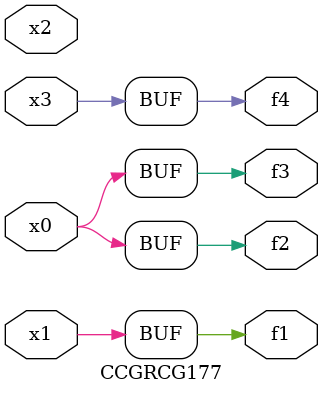
<source format=v>
module CCGRCG177(
	input x0, x1, x2, x3,
	output f1, f2, f3, f4
);
	assign f1 = x1;
	assign f2 = x0;
	assign f3 = x0;
	assign f4 = x3;
endmodule

</source>
